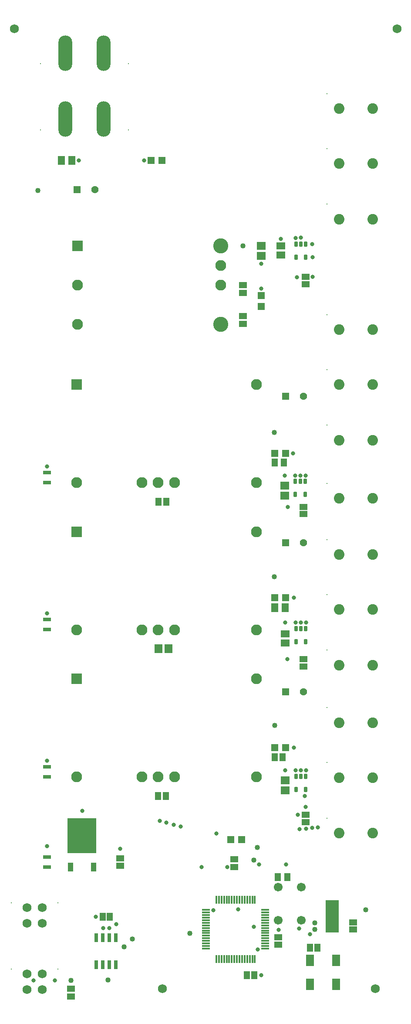
<source format=gts>
G04*
G04 #@! TF.GenerationSoftware,Altium Limited,Altium Designer,20.0.10 (225)*
G04*
G04 Layer_Color=8388736*
%FSLAX25Y25*%
%MOIN*%
G70*
G01*
G75*
%ADD27R,0.01181X0.06102*%
%ADD28R,0.06102X0.01181*%
%ADD42R,0.10000X0.25000*%
%ADD43R,0.04934X0.06312*%
%ADD44R,0.05000X0.06115*%
%ADD45R,0.06115X0.05000*%
%ADD46R,0.06115X0.05100*%
G04:AMPARAMS|DCode=47|XSize=29.65mil|YSize=39.5mil|CornerRadius=5.95mil|HoleSize=0mil|Usage=FLASHONLY|Rotation=0.000|XOffset=0mil|YOffset=0mil|HoleType=Round|Shape=RoundedRectangle|*
%AMROUNDEDRECTD47*
21,1,0.02965,0.02760,0,0,0.0*
21,1,0.01776,0.03950,0,0,0.0*
1,1,0.01190,0.00888,-0.01380*
1,1,0.01190,-0.00888,-0.01380*
1,1,0.01190,-0.00888,0.01380*
1,1,0.01190,0.00888,0.01380*
%
%ADD47ROUNDEDRECTD47*%
G04:AMPARAMS|DCode=48|XSize=29.65mil|YSize=39mil|CornerRadius=5.95mil|HoleSize=0mil|Usage=FLASHONLY|Rotation=0.000|XOffset=0mil|YOffset=0mil|HoleType=Round|Shape=RoundedRectangle|*
%AMROUNDEDRECTD48*
21,1,0.02965,0.02710,0,0,0.0*
21,1,0.01776,0.03900,0,0,0.0*
1,1,0.01190,0.00888,-0.01355*
1,1,0.01190,-0.00888,-0.01355*
1,1,0.01190,-0.00888,0.01355*
1,1,0.01190,0.00888,0.01355*
%
%ADD48ROUNDEDRECTD48*%
%ADD49R,0.06902X0.06115*%
%ADD50R,0.06509X0.05328*%
%ADD51R,0.22257X0.26784*%
%ADD52R,0.03162X0.06706*%
%ADD53R,0.04343X0.07099*%
%ADD54C,0.04000*%
%ADD55R,0.05524X0.05524*%
%ADD56R,0.05524X0.05524*%
%ADD57R,0.06115X0.04540*%
%ADD58R,0.04540X0.06115*%
%ADD59R,0.05524X0.06509*%
%ADD60R,0.06115X0.06902*%
%ADD61R,0.05918X0.09068*%
%ADD62R,0.04737X0.06115*%
%ADD63R,0.06115X0.02965*%
%ADD64C,0.00800*%
%ADD65O,0.10700X0.27100*%
%ADD66C,0.06800*%
%ADD67C,0.08280*%
%ADD68R,0.08280X0.08280*%
%ADD69C,0.05642*%
%ADD70R,0.05642X0.05642*%
%ADD71C,0.08083*%
%ADD72R,0.04600X0.04600*%
%ADD73C,0.04600*%
%ADD74C,0.06698*%
%ADD75R,0.08324X0.08324*%
%ADD76C,0.08324*%
%ADD77C,0.11572*%
%ADD78C,0.03300*%
D27*
X192764Y82637D02*
D03*
X190795D02*
D03*
X188827D02*
D03*
X186858D02*
D03*
X184890D02*
D03*
X182921D02*
D03*
X180953D02*
D03*
X178984D02*
D03*
X177016D02*
D03*
X175047D02*
D03*
X173079D02*
D03*
X171110D02*
D03*
X169142D02*
D03*
X167173D02*
D03*
X165205D02*
D03*
X163236D02*
D03*
Y37362D02*
D03*
X165205D02*
D03*
X167173D02*
D03*
X169142D02*
D03*
X171110D02*
D03*
X173079D02*
D03*
X175047D02*
D03*
X177016D02*
D03*
X178984D02*
D03*
X180953D02*
D03*
X182921D02*
D03*
X184890D02*
D03*
X186858D02*
D03*
X188827D02*
D03*
X190795D02*
D03*
X192764D02*
D03*
D28*
X155362Y74763D02*
D03*
Y72795D02*
D03*
Y70826D02*
D03*
Y68858D02*
D03*
Y66889D02*
D03*
Y64921D02*
D03*
Y62952D02*
D03*
Y60984D02*
D03*
Y59015D02*
D03*
Y57047D02*
D03*
Y55078D02*
D03*
Y53110D02*
D03*
Y51141D02*
D03*
Y49173D02*
D03*
Y47204D02*
D03*
Y45236D02*
D03*
X200638D02*
D03*
Y47204D02*
D03*
Y49173D02*
D03*
Y51141D02*
D03*
Y53110D02*
D03*
Y55078D02*
D03*
Y57047D02*
D03*
Y59015D02*
D03*
Y60984D02*
D03*
Y62952D02*
D03*
Y64921D02*
D03*
Y66889D02*
D03*
Y68858D02*
D03*
Y70826D02*
D03*
Y72795D02*
D03*
Y74763D02*
D03*
D42*
X252000Y70000D02*
D03*
D43*
X210260Y100000D02*
D03*
X217740D02*
D03*
D44*
X76244Y69500D02*
D03*
X81756D02*
D03*
X235000Y46000D02*
D03*
X240512D02*
D03*
X192256Y25000D02*
D03*
X186744D02*
D03*
D45*
X268000Y65256D02*
D03*
Y59744D02*
D03*
X231500Y558756D02*
D03*
Y553244D02*
D03*
X230000Y266512D02*
D03*
Y261000D02*
D03*
X231500Y147512D02*
D03*
Y142000D02*
D03*
X229778Y383012D02*
D03*
Y377500D02*
D03*
D46*
X210500Y53800D02*
D03*
Y48200D02*
D03*
X89500Y114300D02*
D03*
Y108700D02*
D03*
D47*
X231700Y584020D02*
D03*
X224260Y573980D02*
D03*
X231740D02*
D03*
X231200Y402520D02*
D03*
X223760Y392480D02*
D03*
X231240D02*
D03*
X231700Y290020D02*
D03*
X224260Y279980D02*
D03*
X231740D02*
D03*
X231700Y177020D02*
D03*
X224260Y166980D02*
D03*
X231740D02*
D03*
D48*
X228000Y584020D02*
D03*
X224260D02*
D03*
X227500Y402520D02*
D03*
X223760D02*
D03*
X228000Y290020D02*
D03*
X224260D02*
D03*
X228000Y177020D02*
D03*
X224260D02*
D03*
D49*
X216000Y173839D02*
D03*
Y166161D02*
D03*
X215500Y399177D02*
D03*
Y391500D02*
D03*
X197445Y575000D02*
D03*
Y582677D02*
D03*
D50*
X216000Y285890D02*
D03*
Y279000D02*
D03*
X212500Y582382D02*
D03*
Y575492D02*
D03*
D51*
X60421Y131500D02*
D03*
D52*
X76299Y53622D02*
D03*
X86299Y32756D02*
D03*
X81299D02*
D03*
X76299D02*
D03*
X71299D02*
D03*
Y53622D02*
D03*
X81299D02*
D03*
X86299D02*
D03*
D53*
X69398Y107484D02*
D03*
X51445D02*
D03*
D54*
X238500Y65000D02*
D03*
X277500Y75000D02*
D03*
X52000Y21000D02*
D03*
X80365Y21365D02*
D03*
X99000Y52500D02*
D03*
X92500Y46500D02*
D03*
X238500Y60000D02*
D03*
X192000Y113000D02*
D03*
X143000Y57000D02*
D03*
X194500Y122500D02*
D03*
X208000Y216000D02*
D03*
X207500Y329500D02*
D03*
Y440000D02*
D03*
X183500Y582500D02*
D03*
X26500Y625000D02*
D03*
D55*
X197500Y536366D02*
D03*
Y544634D02*
D03*
D56*
X182634Y128500D02*
D03*
X174366D02*
D03*
X216134Y199000D02*
D03*
X207866D02*
D03*
X216134Y313500D02*
D03*
X207866D02*
D03*
X216134Y424000D02*
D03*
X207866D02*
D03*
X121634Y648000D02*
D03*
X113366D02*
D03*
D57*
X177000Y113500D02*
D03*
Y107398D02*
D03*
X52000Y14551D02*
D03*
Y8449D02*
D03*
X183500Y522897D02*
D03*
Y529000D02*
D03*
Y546500D02*
D03*
Y552602D02*
D03*
D58*
X207949Y191500D02*
D03*
X214051D02*
D03*
X124602Y162000D02*
D03*
X118500D02*
D03*
X125051Y387000D02*
D03*
X118949D02*
D03*
D59*
X208063Y306000D02*
D03*
X215937D02*
D03*
X44563Y648000D02*
D03*
X52437D02*
D03*
D60*
X126677Y274500D02*
D03*
X119000D02*
D03*
D61*
X235000Y17945D02*
D03*
X255000D02*
D03*
Y36055D02*
D03*
X235000D02*
D03*
D62*
X207957Y417000D02*
D03*
X215043D02*
D03*
D63*
X33500Y115338D02*
D03*
Y107661D02*
D03*
Y401661D02*
D03*
Y409338D02*
D03*
Y289161D02*
D03*
Y296838D02*
D03*
Y176661D02*
D03*
Y184338D02*
D03*
D64*
X95900Y721800D02*
D03*
X28700D02*
D03*
X248000Y698996D02*
D03*
Y656996D02*
D03*
Y614500D02*
D03*
X248000Y529996D02*
D03*
Y487996D02*
D03*
Y445500D02*
D03*
Y400996D02*
D03*
Y357996D02*
D03*
Y315996D02*
D03*
Y273500D02*
D03*
Y229496D02*
D03*
Y187496D02*
D03*
Y145000D02*
D03*
X95800Y671300D02*
D03*
X28600D02*
D03*
X41811Y29512D02*
D03*
X6378D02*
D03*
X41811Y80201D02*
D03*
X6378D02*
D03*
D65*
X47600Y730000D02*
D03*
X77000D02*
D03*
X47500Y679500D02*
D03*
X76900D02*
D03*
D66*
X8500Y748500D02*
D03*
X122000Y14500D02*
D03*
X285000D02*
D03*
X301500Y748500D02*
D03*
X30000Y25811D02*
D03*
Y14000D02*
D03*
X18189Y25811D02*
D03*
Y14000D02*
D03*
X30000Y76500D02*
D03*
Y64689D02*
D03*
X18189Y76500D02*
D03*
Y64689D02*
D03*
D67*
X193799Y364019D02*
D03*
Y289019D02*
D03*
X131280D02*
D03*
X118760D02*
D03*
X106240D02*
D03*
X56240D02*
D03*
X193799Y251519D02*
D03*
Y176519D02*
D03*
X131280D02*
D03*
X118760D02*
D03*
X106240D02*
D03*
X56240D02*
D03*
Y401519D02*
D03*
X106240D02*
D03*
X118760D02*
D03*
X131280D02*
D03*
X193799D02*
D03*
Y476519D02*
D03*
D68*
X56240Y364019D02*
D03*
Y251519D02*
D03*
Y476519D02*
D03*
D69*
X229890Y467500D02*
D03*
Y241500D02*
D03*
Y355500D02*
D03*
X70390Y625500D02*
D03*
D70*
X216110Y467500D02*
D03*
Y241500D02*
D03*
Y355500D02*
D03*
X56610Y625500D02*
D03*
D71*
X282843Y687500D02*
D03*
X257252D02*
D03*
X282843Y645500D02*
D03*
X257252D02*
D03*
X282843Y603004D02*
D03*
X257252D02*
D03*
X282843Y518500D02*
D03*
X257252D02*
D03*
X282843Y476500D02*
D03*
X257252D02*
D03*
X282843Y434004D02*
D03*
X257252D02*
D03*
X282843Y389500D02*
D03*
X257252D02*
D03*
X282843Y346500D02*
D03*
X257252D02*
D03*
X282843Y304500D02*
D03*
X257252D02*
D03*
X282843Y262004D02*
D03*
X257252D02*
D03*
X282843Y218000D02*
D03*
X257252D02*
D03*
X282843Y176000D02*
D03*
X257252D02*
D03*
X282843Y133504D02*
D03*
X257252D02*
D03*
D72*
X254500Y60000D02*
D03*
D73*
X249500D02*
D03*
X254500Y65000D02*
D03*
X249500D02*
D03*
X254500Y70000D02*
D03*
X249500D02*
D03*
X254500Y75000D02*
D03*
X249500D02*
D03*
X254500Y80000D02*
D03*
X249500D02*
D03*
D74*
X210642Y66705D02*
D03*
Y92295D02*
D03*
X228358Y66705D02*
D03*
Y92295D02*
D03*
D75*
X56813Y582500D02*
D03*
D76*
Y552578D02*
D03*
Y522657D02*
D03*
X166656Y552578D02*
D03*
Y567539D02*
D03*
D77*
Y522657D02*
D03*
Y582500D02*
D03*
D78*
X180046Y75046D02*
D03*
X231000Y162000D02*
D03*
X171500Y107500D02*
D03*
X197500Y25000D02*
D03*
X211000Y59500D02*
D03*
X231500Y153500D02*
D03*
X225500Y147500D02*
D03*
X217500Y266500D02*
D03*
X218000Y383000D02*
D03*
X39500Y21000D02*
D03*
X23239Y20761D02*
D03*
X120000Y142823D02*
D03*
X125000Y141500D02*
D03*
X130500Y140000D02*
D03*
X136000Y138500D02*
D03*
X60500Y150500D02*
D03*
X33500Y123500D02*
D03*
X163250Y133250D02*
D03*
X81393Y60893D02*
D03*
X86500Y64000D02*
D03*
X76500Y61000D02*
D03*
X71000Y69500D02*
D03*
X89500Y121500D02*
D03*
X222500Y199000D02*
D03*
X232000Y181500D02*
D03*
X228000D02*
D03*
X216000D02*
D03*
X224000D02*
D03*
X222500Y313500D02*
D03*
X232000Y294500D02*
D03*
X228000D02*
D03*
X216000D02*
D03*
X224000D02*
D03*
X231500Y407000D02*
D03*
X227500D02*
D03*
X215500D02*
D03*
X223500D02*
D03*
X222000Y424000D02*
D03*
X212500Y588000D02*
D03*
X224000Y588500D02*
D03*
X228000Y589000D02*
D03*
X33500Y189000D02*
D03*
Y301500D02*
D03*
Y414000D02*
D03*
X197500Y550000D02*
D03*
Y569000D02*
D03*
X225000Y558500D02*
D03*
X237000Y574000D02*
D03*
Y559000D02*
D03*
X236500Y584000D02*
D03*
X58063Y648000D02*
D03*
X108000Y648000D02*
D03*
X160882Y74618D02*
D03*
X196000Y109500D02*
D03*
X227000Y136500D02*
D03*
X232000Y137000D02*
D03*
X241000Y138000D02*
D03*
X236500Y137500D02*
D03*
X226500Y60500D02*
D03*
X192000Y62000D02*
D03*
X195000Y44500D02*
D03*
X152000Y107500D02*
D03*
X216500Y109500D02*
D03*
X194500Y122500D02*
D03*
X234781Y56219D02*
D03*
M02*

</source>
